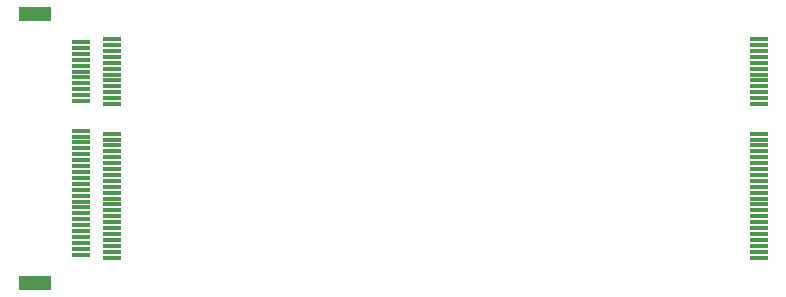
<source format=gtp>
G04*
G04 #@! TF.GenerationSoftware,Altium Limited,Altium Designer,21.7.2 (23)*
G04*
G04 Layer_Color=8421504*
%FSLAX25Y25*%
%MOIN*%
G70*
G04*
G04 #@! TF.SameCoordinates,A9D511C6-54FE-4BBE-B258-F20D7088C63A*
G04*
G04*
G04 #@! TF.FilePolarity,Positive*
G04*
G01*
G75*
%ADD17R,0.05906X0.01181*%
%ADD18R,0.10827X0.04724*%
%ADD19R,0.05906X0.01378*%
D17*
X226378Y291339D02*
D03*
X236772Y292323D02*
D03*
X226378Y293307D02*
D03*
X236772Y294291D02*
D03*
X226378Y295276D02*
D03*
X236772Y296260D02*
D03*
X226378Y297244D02*
D03*
X236772Y298228D02*
D03*
Y268701D02*
D03*
X226378Y269685D02*
D03*
X236772Y270669D02*
D03*
X226378Y271654D02*
D03*
X236772Y272638D02*
D03*
X226378Y273622D02*
D03*
X236772Y274606D02*
D03*
X226378Y275590D02*
D03*
X236772Y276575D02*
D03*
X226378Y277559D02*
D03*
X236772Y278543D02*
D03*
X226378Y279528D02*
D03*
X236772Y280512D02*
D03*
X226378Y281496D02*
D03*
X236772Y282480D02*
D03*
X226378Y283465D02*
D03*
X236772Y284449D02*
D03*
X226378Y285433D02*
D03*
X236772Y286417D02*
D03*
X226378Y287402D02*
D03*
X236772Y288386D02*
D03*
X226378Y289370D02*
D03*
X236772Y290354D02*
D03*
X226378Y299213D02*
D03*
X236772Y300197D02*
D03*
X226378Y301181D02*
D03*
X236772Y302165D02*
D03*
X226378Y303150D02*
D03*
X236772Y304134D02*
D03*
X226378Y305118D02*
D03*
X236772Y306102D02*
D03*
X226378Y307087D02*
D03*
X236772Y308071D02*
D03*
X226378Y309055D02*
D03*
X236772Y310039D02*
D03*
X226378Y311024D02*
D03*
X236772Y319882D02*
D03*
X226378Y320866D02*
D03*
X236772Y321850D02*
D03*
X226378Y322835D02*
D03*
X236772Y323819D02*
D03*
X226378Y324803D02*
D03*
X236772Y325787D02*
D03*
X226378Y326772D02*
D03*
X236772Y327756D02*
D03*
X226378Y328740D02*
D03*
X236772Y329724D02*
D03*
X226378Y330709D02*
D03*
X236772Y331693D02*
D03*
X226378Y332677D02*
D03*
X236772Y333661D02*
D03*
X226378Y334646D02*
D03*
X236772Y335630D02*
D03*
X226378Y336614D02*
D03*
X236772Y337598D02*
D03*
X226378Y338583D02*
D03*
X236772Y339567D02*
D03*
X226378Y340551D02*
D03*
X236772Y341535D02*
D03*
D18*
X211102Y260295D02*
D03*
Y349941D02*
D03*
D19*
X452362Y341535D02*
D03*
Y339567D02*
D03*
Y337598D02*
D03*
Y335630D02*
D03*
Y333661D02*
D03*
Y331693D02*
D03*
Y329724D02*
D03*
Y327756D02*
D03*
Y325787D02*
D03*
Y323819D02*
D03*
Y321850D02*
D03*
Y319882D02*
D03*
Y310039D02*
D03*
Y308071D02*
D03*
Y306102D02*
D03*
Y304134D02*
D03*
Y302165D02*
D03*
Y300197D02*
D03*
Y290354D02*
D03*
Y288386D02*
D03*
Y286417D02*
D03*
Y284449D02*
D03*
Y282480D02*
D03*
Y280512D02*
D03*
Y278543D02*
D03*
Y276575D02*
D03*
Y274606D02*
D03*
Y272638D02*
D03*
Y270669D02*
D03*
Y268701D02*
D03*
Y298228D02*
D03*
Y296260D02*
D03*
Y294291D02*
D03*
Y292323D02*
D03*
M02*

</source>
